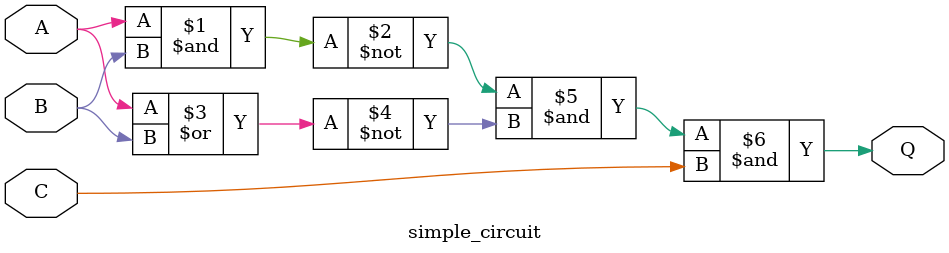
<source format=v>
module simple_circuit (
	output Q,
	input A, B, C
);

  assign Q = (~(A & B)) & (~(A | B)) & C;

endmodule

</source>
